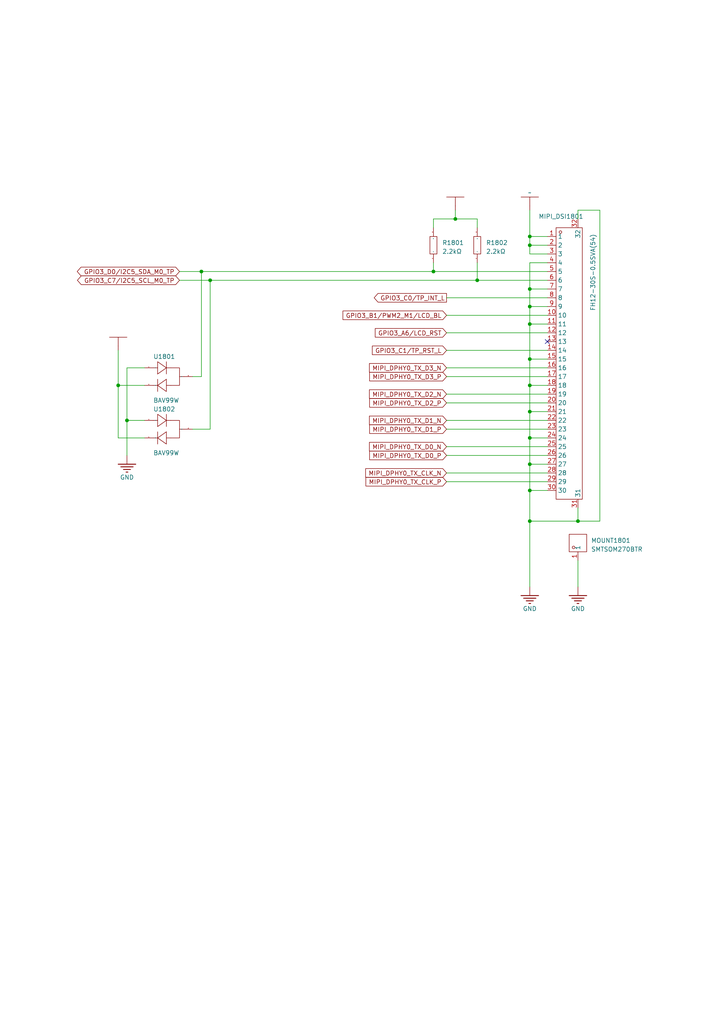
<source format=kicad_sch>
(kicad_sch (version 20250114) (generator "eeschema") (generator_version "9.0")
  (paper "A4" portrait)
  (lib_symbols
    (symbol "mainboard:0603WAF2201T5E"
      (property "Reference" "R" (at 0 0 0))
      (symbol "0603WAF2201T5E_1_0"
        (rectangle (start -2.54 -1.016) (end 2.54 1.016))
        (pin input line (at -5.08 0 0) (length 2.54) (name "1") (number "1"))
        (pin input line (at 5.08 0 180) (length 2.54) (name "2") (number "2"))
      )
    )
    (symbol "mainboard:BAV99W_C5204730"
      (property "Reference" "U" (at 0 0 0))
      (symbol "BAV99W_C5204730_1_0"
        (polyline (pts (xy -5.08 2.54) (xy -3.81 2.54)))
        (polyline (pts (xy -3.81 0.762) (xy -1.27 2.54) (xy -1.27 2.54) (xy -3.81 4.318) (xy -3.81 4.318) (xy -3.81 0.762)))
        (polyline (pts (xy -3.81 -0.762) (xy -3.81 -4.318)))
        (polyline (pts (xy -3.81 -2.54) (xy -5.08 -2.54)))
        (polyline (pts (xy -1.27 2.54) (xy 0 2.54)))
        (polyline (pts (xy -1.27 0.762) (xy -1.27 4.318)))
        (polyline (pts (xy -1.27 -0.762) (xy -3.81 -2.54) (xy -3.81 -2.54) (xy -1.27 -4.318) (xy -1.27 -4.318) (xy -1.27 -0.762)))
        (polyline (pts (xy 0 2.54) (xy 2.54 2.54) (xy 2.54 2.54) (xy 2.54 -2.54) (xy 2.54 -2.54) (xy 0 -2.54)))
        (polyline (pts (xy 0 -2.54) (xy -1.27 -2.54)))
        (polyline (pts (xy 3.81 0) (xy 2.54 0)))
        (pin unspecified line (at -7.62 2.54 0) (length 2.54) (name "1") (number "1"))
        (pin unspecified line (at -7.62 -2.54 0) (length 2.54) (name "2") (number "2"))
        (pin unspecified line (at 6.35 0 180) (length 2.54) (name "3") (number "3"))
      )
    )
    (symbol "mainboard:FH12-30S-0.5SVA(54)"
      (property "Reference" "FPC" (at 0 0 0))
      (symbol "FH12-30S-0.5SVA(54)_1_0"
        (rectangle (start -2.54 -39.37) (end 5.08 39.37))
        (circle (center -1.27 38.1) (radius 0.381))
        (pin input line (at -5.08 36.83 0) (length 2.54) (name "1") (number "1"))
        (pin input line (at -5.08 34.29 0) (length 2.54) (name "2") (number "2"))
        (pin input line (at -5.08 31.75 0) (length 2.54) (name "3") (number "3"))
        (pin input line (at -5.08 29.21 0) (length 2.54) (name "4") (number "4"))
        (pin input line (at -5.08 26.67 0) (length 2.54) (name "5") (number "5"))
        (pin input line (at -5.08 24.13 0) (length 2.54) (name "6") (number "6"))
        (pin input line (at -5.08 21.59 0) (length 2.54) (name "7") (number "7"))
        (pin input line (at -5.08 19.05 0) (length 2.54) (name "8") (number "8"))
        (pin input line (at -5.08 16.51 0) (length 2.54) (name "9") (number "9"))
        (pin input line (at -5.08 13.97 0) (length 2.54) (name "10") (number "10"))
        (pin input line (at -5.08 11.43 0) (length 2.54) (name "11") (number "11"))
        (pin input line (at -5.08 8.89 0) (length 2.54) (name "12") (number "12"))
        (pin input line (at -5.08 6.35 0) (length 2.54) (name "13") (number "13"))
        (pin input line (at -5.08 3.81 0) (length 2.54) (name "14") (number "14"))
        (pin input line (at -5.08 1.27 0) (length 2.54) (name "15") (number "15"))
        (pin input line (at -5.08 -1.27 0) (length 2.54) (name "16") (number "16"))
        (pin input line (at -5.08 -3.81 0) (length 2.54) (name "17") (number "17"))
        (pin input line (at -5.08 -6.35 0) (length 2.54) (name "18") (number "18"))
        (pin input line (at -5.08 -8.89 0) (length 2.54) (name "19") (number "19"))
        (pin input line (at -5.08 -11.43 0) (length 2.54) (name "20") (number "20"))
        (pin input line (at -5.08 -13.97 0) (length 2.54) (name "21") (number "21"))
        (pin input line (at -5.08 -16.51 0) (length 2.54) (name "22") (number "22"))
        (pin input line (at -5.08 -19.05 0) (length 2.54) (name "23") (number "23"))
        (pin input line (at -5.08 -21.59 0) (length 2.54) (name "24") (number "24"))
        (pin input line (at -5.08 -24.13 0) (length 2.54) (name "25") (number "25"))
        (pin input line (at -5.08 -26.67 0) (length 2.54) (name "26") (number "26"))
        (pin input line (at -5.08 -29.21 0) (length 2.54) (name "27") (number "27"))
        (pin input line (at -5.08 -31.75 0) (length 2.54) (name "28") (number "28"))
        (pin input line (at -5.08 -34.29 0) (length 2.54) (name "29") (number "29"))
        (pin input line (at -5.08 -36.83 0) (length 2.54) (name "30") (number "30"))
        (pin input line (at 3.81 41.91 270) (length 2.54) (name "32") (number "32"))
        (pin input line (at 3.81 -41.91 90) (length 2.54) (name "31") (number "31"))
      )
    )
    (symbol "mainboard:Ground-GND" (power) (pin_numbers (hide yes)) (pin_names (hide yes))
      (property "Value" "GND" (at 0 -6.35 0))
      (symbol "Ground-GND_1_0"
        (polyline (pts (xy -2.54 -2.54) (xy 2.54 -2.54)) (stroke (width 0.254)))
        (polyline (pts (xy -1.778 -3.302) (xy 1.778 -3.302)) (stroke (width 0.254)))
        (polyline (pts (xy -1.016 -4.064) (xy 1.016 -4.064)) (stroke (width 0.254)))
        (polyline (pts (xy -0.254 -4.826) (xy 0.254 -4.826)) (stroke (width 0.254)))
        (pin power_in line (at 0 0 270) (length 2.54) (name "") (number "1"))
      )
    )
    (symbol "mainboard:Power-5V" (power) (pin_numbers (hide yes)) (pin_names (hide yes))
      (symbol "Power-5V_1_0"
        (polyline (pts (xy -2.54 3.81) (xy 2.54 3.81)))
        (polyline (pts (xy 0 3.81) (xy 0 1.27)))
        (pin power_in line (at 0 0 90) (length 1.27) (name "") (number "1"))
      )
    )
    (symbol "mainboard:SMTSOM270BTR"
      (property "Reference" "CN" (at 0 0 0))
      (symbol "SMTSOM270BTR_1_0"
        (rectangle (start -1.27 -2.54) (end 3.81 2.54))
        (circle (center 0 1.27) (radius 0.381))
        (pin unspecified line (at -3.81 0 0) (length 2.54) (name "1") (number "1"))
      )
    )
  )
  (junction (at 153.67 111.76))
  (junction (at 58.42 78.74))
  (junction (at 153.67 88.9))
  (junction (at 153.67 68.58))
  (junction (at 153.67 83.82))
  (junction (at 60.96 81.28))
  (junction (at 153.67 127))
  (junction (at 153.67 93.98))
  (junction (at 153.67 142.24))
  (junction (at 34.29 111.76))
  (junction (at 125.73 78.74))
  (junction (at 138.43 81.28))
  (junction (at 132.08 63.5))
  (junction (at 153.67 151.13))
  (junction (at 167.64 151.13))
  (junction (at 153.67 134.62))
  (junction (at 153.67 104.14))
  (junction (at 153.67 71.12))
  (junction (at 36.83 121.92))
  (junction (at 153.67 119.38))
  (no_connect (at 158.75 99.06))
  (wire (pts (xy 158.75 68.58) (xy 153.67 68.58)))
  (wire (pts (xy 167.64 170.18) (xy 167.64 162.56)))
  (wire (pts (xy 153.67 111.76) (xy 153.67 104.14)))
  (wire (pts (xy 158.75 73.66) (xy 153.67 73.66)))
  (wire (pts (xy 34.29 101.6) (xy 34.29 111.76)))
  (wire (pts (xy 153.67 104.14) (xy 153.67 93.98)))
  (wire (pts (xy 60.96 81.28) (xy 52.07 81.28)))
  (wire (pts (xy 55.88 109.22) (xy 58.42 109.22)))
  (wire (pts (xy 158.75 106.68) (xy 129.54 106.68)))
  (wire (pts (xy 173.99 60.96) (xy 173.99 151.13)))
  (wire (pts (xy 138.43 63.5) (xy 138.43 66.04)))
  (wire (pts (xy 153.67 151.13) (xy 153.67 142.24)))
  (wire (pts (xy 167.64 60.96) (xy 167.64 63.5)))
  (wire (pts (xy 153.67 127) (xy 153.67 119.38)))
  (wire (pts (xy 153.67 88.9) (xy 153.67 83.82)))
  (wire (pts (xy 153.67 134.62) (xy 153.67 127)))
  (wire (pts (xy 34.29 111.76) (xy 41.91 111.76)))
  (wire (pts (xy 173.99 151.13) (xy 167.64 151.13)))
  (wire (pts (xy 153.67 83.82) (xy 153.67 76.2)))
  (wire (pts (xy 158.75 88.9) (xy 153.67 88.9)))
  (wire (pts (xy 153.67 119.38) (xy 153.67 111.76)))
  (wire (pts (xy 158.75 78.74) (xy 125.73 78.74)))
  (wire (pts (xy 158.75 96.52) (xy 129.54 96.52)))
  (wire (pts (xy 158.75 71.12) (xy 153.67 71.12)))
  (wire (pts (xy 36.83 106.68) (xy 41.91 106.68)))
  (wire (pts (xy 58.42 78.74) (xy 52.07 78.74)))
  (wire (pts (xy 158.75 137.16) (xy 129.54 137.16)))
  (wire (pts (xy 138.43 81.28) (xy 60.96 81.28)))
  (wire (pts (xy 158.75 142.24) (xy 153.67 142.24)))
  (wire (pts (xy 132.08 63.5) (xy 125.73 63.5)))
  (wire (pts (xy 158.75 86.36) (xy 129.54 86.36)))
  (wire (pts (xy 158.75 93.98) (xy 153.67 93.98)))
  (wire (pts (xy 158.75 119.38) (xy 153.67 119.38)))
  (wire (pts (xy 158.75 124.46) (xy 129.54 124.46)))
  (wire (pts (xy 158.75 121.92) (xy 129.54 121.92)))
  (wire (pts (xy 125.73 78.74) (xy 125.73 76.2)))
  (wire (pts (xy 158.75 129.54) (xy 129.54 129.54)))
  (wire (pts (xy 153.67 73.66) (xy 153.67 71.12)))
  (wire (pts (xy 153.67 170.18) (xy 153.67 151.13)))
  (wire (pts (xy 158.75 132.08) (xy 129.54 132.08)))
  (wire (pts (xy 153.67 71.12) (xy 153.67 68.58)))
  (wire (pts (xy 158.75 101.6) (xy 129.54 101.6)))
  (wire (pts (xy 158.75 114.3) (xy 129.54 114.3)))
  (wire (pts (xy 158.75 134.62) (xy 153.67 134.62)))
  (wire (pts (xy 153.67 142.24) (xy 153.67 134.62)))
  (wire (pts (xy 58.42 78.74) (xy 58.42 109.22)))
  (wire (pts (xy 132.08 63.5) (xy 138.43 63.5)))
  (wire (pts (xy 167.64 151.13) (xy 153.67 151.13)))
  (wire (pts (xy 34.29 111.76) (xy 34.29 127)))
  (wire (pts (xy 158.75 127) (xy 153.67 127)))
  (wire (pts (xy 36.83 132.08) (xy 36.83 121.92)))
  (wire (pts (xy 158.75 116.84) (xy 129.54 116.84)))
  (wire (pts (xy 158.75 139.7) (xy 129.54 139.7)))
  (wire (pts (xy 153.67 93.98) (xy 153.67 88.9)))
  (wire (pts (xy 158.75 83.82) (xy 153.67 83.82)))
  (wire (pts (xy 55.88 124.46) (xy 60.96 124.46)))
  (wire (pts (xy 60.96 81.28) (xy 60.96 124.46)))
  (wire (pts (xy 158.75 109.22) (xy 129.54 109.22)))
  (wire (pts (xy 125.73 78.74) (xy 58.42 78.74)))
  (wire (pts (xy 132.08 60.96) (xy 132.08 63.5)))
  (wire (pts (xy 158.75 111.76) (xy 153.67 111.76)))
  (wire (pts (xy 158.75 104.14) (xy 153.67 104.14)))
  (wire (pts (xy 36.83 121.92) (xy 36.83 106.68)))
  (wire (pts (xy 158.75 91.44) (xy 129.54 91.44)))
  (wire (pts (xy 36.83 121.92) (xy 41.91 121.92)))
  (wire (pts (xy 158.75 81.28) (xy 138.43 81.28)))
  (wire (pts (xy 138.43 76.2) (xy 138.43 81.28)))
  (wire (pts (xy 173.99 60.96) (xy 167.64 60.96)))
  (wire (pts (xy 34.29 127) (xy 41.91 127)))
  (wire (pts (xy 158.75 76.2) (xy 153.67 76.2)))
  (wire (pts (xy 167.64 147.32) (xy 167.64 151.13)))
  (wire (pts (xy 153.67 60.96) (xy 153.67 68.58)))
  (wire (pts (xy 125.73 63.5) (xy 125.73 66.04)))
  (global_label "GPIO3_C1/TP_RST_L" (shape input) (at 129.54 101.6 180) (property "Intersheetrefs" "${INTERSHEET_REFS}" (effects (hide yes))))
  (global_label "GPIO3_C7/I2C5_SCL_M0_TP" (shape bidirectional) (at 52.07 81.28 180) (property "Intersheetrefs" "${INTERSHEET_REFS}" (effects (hide yes))))
  (global_label "GPIO3_D0/I2C5_SDA_M0_TP" (shape bidirectional) (at 52.07 78.74 180) (property "Intersheetrefs" "${INTERSHEET_REFS}" (effects (hide yes))))
  (global_label "MIPI_DPHY0_TX_D1_P" (shape input) (at 129.54 124.46 180) (property "Intersheetrefs" "${INTERSHEET_REFS}" (effects (hide yes))))
  (global_label "GPIO3_C0/TP_INT_L" (shape output) (at 129.54 86.36 180) (property "Intersheetrefs" "${INTERSHEET_REFS}" (effects (hide yes))))
  (global_label "GPIO3_B1/PWM2_M1/LCD_BL" (shape input) (at 129.54 91.44 180) (property "Intersheetrefs" "${INTERSHEET_REFS}" (effects (hide yes))))
  (global_label "MIPI_DPHY0_TX_D1_N" (shape input) (at 129.54 121.92 180) (property "Intersheetrefs" "${INTERSHEET_REFS}" (effects (hide yes))))
  (global_label "MIPI_DPHY0_TX_D2_P" (shape input) (at 129.54 116.84 180) (property "Intersheetrefs" "${INTERSHEET_REFS}" (effects (hide yes))))
  (global_label "GPIO3_A6/LCD_RST" (shape input) (at 129.54 96.52 180) (property "Intersheetrefs" "${INTERSHEET_REFS}" (effects (hide yes))))
  (global_label "MIPI_DPHY0_TX_D2_N" (shape input) (at 129.54 114.3 180) (property "Intersheetrefs" "${INTERSHEET_REFS}" (effects (hide yes))))
  (global_label "MIPI_DPHY0_TX_D3_N" (shape input) (at 129.54 106.68 180) (property "Intersheetrefs" "${INTERSHEET_REFS}" (effects (hide yes))))
  (global_label "MIPI_DPHY0_TX_CLK_P" (shape input) (at 129.54 139.7 180) (property "Intersheetrefs" "${INTERSHEET_REFS}" (effects (hide yes))))
  (global_label "MIPI_DPHY0_TX_D0_P" (shape input) (at 129.54 132.08 180) (property "Intersheetrefs" "${INTERSHEET_REFS}" (effects (hide yes))))
  (global_label "MIPI_DPHY0_TX_D3_P" (shape input) (at 129.54 109.22 180) (property "Intersheetrefs" "${INTERSHEET_REFS}" (effects (hide yes))))
  (global_label "MIPI_DPHY0_TX_CLK_N" (shape input) (at 129.54 137.16 180) (property "Intersheetrefs" "${INTERSHEET_REFS}" (effects (hide yes))))
  (global_label "MIPI_DPHY0_TX_D0_N" (shape input) (at 129.54 129.54 180) (property "Intersheetrefs" "${INTERSHEET_REFS}" (effects (hide yes))))
  (symbol (lib_id "mainboard:BAV99W_C5204730") (at 49.53 124.46 0) (unit 1)
    (property "Reference" "U1802" (at 44.45 119.38 0) (effects (justify left bottom)))
    (property "Value" "BAV99W" (at 44.45 132.08 0) (effects (justify left bottom)))
    (property "Footprint" "mainboard:SOT-323-3_L2.1-W1.3-P1.30-LS2.3-BR" (effects (hide yes)))
    (property "Datasheet" "https://atta.szlcsc.com/upload/public/pdf/source/20221019/D20F8D05DC179777F3CF1A1DB9BB6612.pdf" (effects (hide yes)))
    (property "Description" "Diode Configuration:1 pair in series Forward Voltage (Vf@If):1.25V@150mA Reverse Voltage (Vr): Rectified Current: Reverse Leakage Current (Ir):1uA Reverse Recovery Time (trr):" (effects (hide yes)))
    (property "Manufacturer Part" "BAV99W" (effects (hide yes)))
    (property "Manufacturer" "TWGMC(台湾迪嘉)" (effects (hide yes)))
    (property "Supplier Part" "C5204730" (effects (hide yes)))
    (property "Supplier" "LCSC" (effects (hide yes)))
    (property "LCSC Part Name" "BAV99W" (effects (hide yes)))
  )
  (symbol (lib_id "mainboard:Ground-GND") (at 153.67 170.18 0) (unit 1)
    (property "Reference" "#PWR01805" (effects (hide yes)))
    (property "Value" "GND" (at 153.67 176.53 0))
    (property "Footprint" "mainboard:" (effects (hide yes)))
  )
  (symbol (lib_id "mainboard:Power-5V") (at 132.08 60.96 0) (unit 1)
    (property "Reference" "#PWR01801" (effects (hide yes)))
    (property "Value" "+3.3V" (effects (hide yes)))
    (property "Footprint" "mainboard:" (effects (hide yes)))
    (property "Description" "Power-5V" (effects (hide yes)))
  )
  (symbol (lib_id "mainboard:Ground-GND") (at 36.83 132.08 0) (unit 1)
    (property "Reference" "#PWR01804" (effects (hide yes)))
    (property "Value" "GND" (at 36.83 138.43 0))
    (property "Footprint" "mainboard:" (effects (hide yes)))
  )
  (symbol (lib_id "mainboard:0603WAF2201T5E") (at 125.73 71.12 90) (unit 1)
    (property "Reference" "R1801" (at 128.27 71.12 90) (effects (justify right top)))
    (property "Value" "2.2kΩ" (at 128.27 73.66 90) (effects (justify right top)))
    (property "Footprint" "mainboard:R0603" (effects (hide yes)))
    (property "Datasheet" "https://atta.szlcsc.com/upload/public/pdf/source/20200306/C422600_1E6D84923E4A46A82E41ADD87F860B5C.pdf" (effects (hide yes)))
    (property "Description" "Type:Thick Film Resistors Resistance:2.2kΩ Tolerance:±1% Tolerance:±1% Power(Watts): Overload Voltage (Max): Temperature Coefficient:±100ppm/°C Temperature Coefficient:±100ppm/°C Operating Temperature Range:-55°C~+155°C Operating Temperature Range:-55°C~+155°C" (effects (hide yes)))
    (property "Manufacturer Part" "0603WAF2201T5E" (effects (hide yes)))
    (property "Manufacturer" "UNI-ROYAL(厚声)" (effects (hide yes)))
    (property "Supplier Part" "C4190" (effects (hide yes)))
    (property "Supplier" "LCSC" (effects (hide yes)))
    (property "LCSC Part Name" "2.2kΩ ±1% 100mW 厚膜电阻" (effects (hide yes)))
  )
  (symbol (lib_id "mainboard:SMTSOM270BTR") (at 167.64 158.75 90) (unit 1)
    (property "Reference" "MOUNT1801" (at 171.45 157.48 90) (effects (justify right top)))
    (property "Value" "SMTSOM270BTR" (at 171.45 160.02 90) (effects (justify right top)))
    (property "Footprint" "mainboard:SMD_BD5.6-D3.6" (effects (hide yes)))
    (property "Datasheet" "https://atta.szlcsc.com/upload/public/pdf/source/20230202/A42D22DA7D93D728E13784C4003E4077.pdf" (effects (hide yes)))
    (property "Manufacturer Part" "SMTSOM270BTR" (effects (hide yes)))
    (property "Manufacturer" "YIYUAN(怡远)" (effects (hide yes)))
    (property "Supplier Part" "C5301781" (effects (hide yes)))
    (property "Supplier" "LCSC" (effects (hide yes)))
    (property "LCSC Part Name" "YIYUAN(怡远)M2 贴片螺母 L=7mm铜镀锡SMTSOM270BTR" (effects (hide yes)))
  )
  (symbol (lib_id "mainboard:Power-5V") (at 153.67 60.96 0) (unit 1)
    (property "Reference" "#PWR01802" (effects (hide yes)))
    (property "Value" "~" (at 153.67 55.88 0))
    (property "Footprint" "mainboard:" (effects (hide yes)))
    (property "Description" "Power-5V" (effects (hide yes)))
  )
  (symbol (lib_id "mainboard:Ground-GND") (at 167.64 170.18 0) (unit 1)
    (property "Reference" "#PWR01806" (effects (hide yes)))
    (property "Value" "GND" (at 167.64 176.53 0))
    (property "Footprint" "mainboard:" (effects (hide yes)))
  )
  (symbol (lib_id "mainboard:FH12-30S-0.5SVA(54)") (at 163.83 105.41 0) (unit 1)
    (property "Reference" "MIPI_DSI1801" (at 156.21 63.5 0) (effects (justify left bottom)))
    (property "Value" "FH12-30S-0.5SVA(54)" (at 172.72 90.17 90) (effects (justify left bottom)))
    (property "Footprint" "mainboard:FFC-SMD_30P-P0.50_FH12-30S-0.5SVA-54" (effects (hide yes)))
    (property "Datasheet" "https://atta.szlcsc.com/upload/public/pdf/source/20200615/C597979_B8D9DC319DDA9CB4DF2E85AE104C9A2E.pdf" (effects (hide yes)))
    (property "Description" "Locking Feature:Clamshell Contact Type:单侧触点/Vertical Number of Contacts:30P Pitch:0.5mm Mounting Type:Brick nogging FFC, FCB Thickness:0.3mm FFC, FCB Thickness:0.3mm Height Above Board:3.6mm Contact Material:Phosphor bronze Contact Plating:Gold Operating" (effects (hide yes)))
    (property "Manufacturer Part" "FH12-30S-0.5SVA(54)" (effects (hide yes)))
    (property "Manufacturer" "HRS(广濑)" (effects (hide yes)))
    (property "Supplier Part" "C597984" (effects (hide yes)))
    (property "Supplier" "LCSC" (effects (hide yes)))
    (property "LCSC Part Name" "间距:0.5mm P数:30P 翻盖式 单侧触点/垂直" (effects (hide yes)))
  )
  (symbol (lib_id "mainboard:Power-5V") (at 34.29 101.6 0) (unit 1)
    (property "Reference" "#PWR01803" (effects (hide yes)))
    (property "Value" "+3.3V" (effects (hide yes)))
    (property "Footprint" "mainboard:" (effects (hide yes)))
    (property "Description" "Power-5V" (effects (hide yes)))
  )
  (symbol (lib_id "mainboard:BAV99W_C5204730") (at 49.53 109.22 0) (unit 1)
    (property "Reference" "U1801" (at 44.45 104.14 0) (effects (justify left bottom)))
    (property "Value" "BAV99W" (at 44.45 116.84 0) (effects (justify left bottom)))
    (property "Footprint" "mainboard:SOT-323-3_L2.1-W1.3-P1.30-LS2.3-BR" (effects (hide yes)))
    (property "Datasheet" "https://atta.szlcsc.com/upload/public/pdf/source/20221019/D20F8D05DC179777F3CF1A1DB9BB6612.pdf" (effects (hide yes)))
    (property "Description" "Diode Configuration:1 pair in series Forward Voltage (Vf@If):1.25V@150mA Reverse Voltage (Vr): Rectified Current: Reverse Leakage Current (Ir):1uA Reverse Recovery Time (trr):" (effects (hide yes)))
    (property "Manufacturer Part" "BAV99W" (effects (hide yes)))
    (property "Manufacturer" "TWGMC(台湾迪嘉)" (effects (hide yes)))
    (property "Supplier Part" "C5204730" (effects (hide yes)))
    (property "Supplier" "LCSC" (effects (hide yes)))
    (property "LCSC Part Name" "BAV99W" (effects (hide yes)))
  )
  (symbol (lib_id "mainboard:0603WAF2201T5E") (at 138.43 71.12 90) (unit 1)
    (property "Reference" "R1802" (at 140.97 71.12 90) (effects (justify right top)))
    (property "Value" "2.2kΩ" (at 140.97 73.66 90) (effects (justify right top)))
    (property "Footprint" "mainboard:R0603" (effects (hide yes)))
    (property "Datasheet" "https://atta.szlcsc.com/upload/public/pdf/source/20200306/C422600_1E6D84923E4A46A82E41ADD87F860B5C.pdf" (effects (hide yes)))
    (property "Description" "Type:Thick Film Resistors Resistance:2.2kΩ Tolerance:±1% Tolerance:±1% Power(Watts): Overload Voltage (Max): Temperature Coefficient:±100ppm/°C Temperature Coefficient:±100ppm/°C Operating Temperature Range:-55°C~+155°C Operating Temperature Range:-55°C~+155°C" (effects (hide yes)))
    (property "Manufacturer Part" "0603WAF2201T5E" (effects (hide yes)))
    (property "Manufacturer" "UNI-ROYAL(厚声)" (effects (hide yes)))
    (property "Supplier Part" "C4190" (effects (hide yes)))
    (property "Supplier" "LCSC" (effects (hide yes)))
    (property "LCSC Part Name" "2.2kΩ ±1% 100mW 厚膜电阻" (effects (hide yes)))
  )
)
</source>
